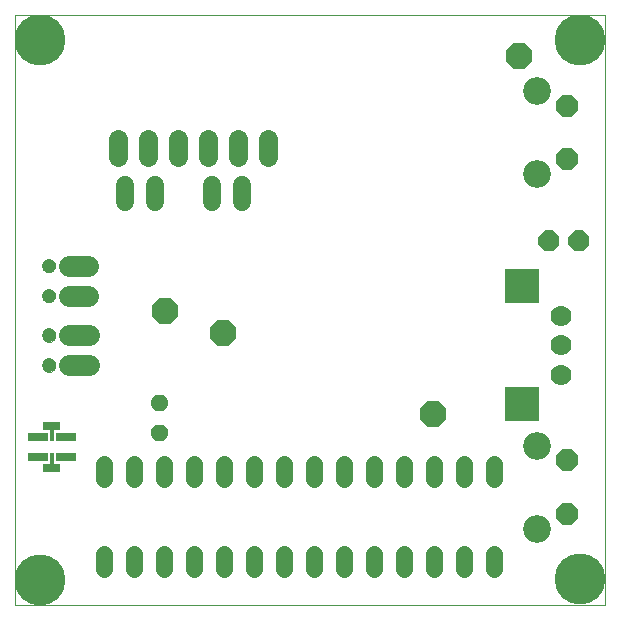
<source format=gts>
G75*
%MOIN*%
%OFA0B0*%
%FSLAX24Y24*%
%IPPOS*%
%LPD*%
%AMOC8*
5,1,8,0,0,1.08239X$1,22.5*
%
%ADD10C,0.0000*%
%ADD11OC8,0.0890*%
%ADD12C,0.0560*%
%ADD13C,0.0600*%
%ADD14C,0.0112*%
%ADD15OC8,0.0700*%
%ADD16OC8,0.0740*%
%ADD17C,0.0925*%
%ADD18C,0.0700*%
%ADD19R,0.1142X0.1142*%
%ADD20C,0.0640*%
%ADD21C,0.0690*%
%ADD22C,0.0473*%
%ADD23R,0.0152X0.0316*%
%ADD24C,0.1700*%
D10*
X000350Y000350D02*
X000350Y020035D01*
X020035Y020035D01*
X020035Y000350D01*
X000350Y000350D01*
X001267Y008344D02*
X001269Y008373D01*
X001275Y008401D01*
X001284Y008429D01*
X001297Y008455D01*
X001314Y008478D01*
X001333Y008500D01*
X001355Y008519D01*
X001380Y008534D01*
X001406Y008547D01*
X001434Y008555D01*
X001462Y008560D01*
X001491Y008561D01*
X001520Y008558D01*
X001548Y008551D01*
X001575Y008541D01*
X001601Y008527D01*
X001624Y008510D01*
X001645Y008490D01*
X001663Y008467D01*
X001678Y008442D01*
X001689Y008415D01*
X001697Y008387D01*
X001701Y008358D01*
X001701Y008330D01*
X001697Y008301D01*
X001689Y008273D01*
X001678Y008246D01*
X001663Y008221D01*
X001645Y008198D01*
X001624Y008178D01*
X001601Y008161D01*
X001575Y008147D01*
X001548Y008137D01*
X001520Y008130D01*
X001491Y008127D01*
X001462Y008128D01*
X001434Y008133D01*
X001406Y008141D01*
X001380Y008154D01*
X001355Y008169D01*
X001333Y008188D01*
X001314Y008210D01*
X001297Y008233D01*
X001284Y008259D01*
X001275Y008287D01*
X001269Y008315D01*
X001267Y008344D01*
X001267Y009344D02*
X001269Y009373D01*
X001275Y009401D01*
X001284Y009429D01*
X001297Y009455D01*
X001314Y009478D01*
X001333Y009500D01*
X001355Y009519D01*
X001380Y009534D01*
X001406Y009547D01*
X001434Y009555D01*
X001462Y009560D01*
X001491Y009561D01*
X001520Y009558D01*
X001548Y009551D01*
X001575Y009541D01*
X001601Y009527D01*
X001624Y009510D01*
X001645Y009490D01*
X001663Y009467D01*
X001678Y009442D01*
X001689Y009415D01*
X001697Y009387D01*
X001701Y009358D01*
X001701Y009330D01*
X001697Y009301D01*
X001689Y009273D01*
X001678Y009246D01*
X001663Y009221D01*
X001645Y009198D01*
X001624Y009178D01*
X001601Y009161D01*
X001575Y009147D01*
X001548Y009137D01*
X001520Y009130D01*
X001491Y009127D01*
X001462Y009128D01*
X001434Y009133D01*
X001406Y009141D01*
X001380Y009154D01*
X001355Y009169D01*
X001333Y009188D01*
X001314Y009210D01*
X001297Y009233D01*
X001284Y009259D01*
X001275Y009287D01*
X001269Y009315D01*
X001267Y009344D01*
X001259Y010670D02*
X001261Y010699D01*
X001267Y010727D01*
X001276Y010755D01*
X001289Y010781D01*
X001306Y010804D01*
X001325Y010826D01*
X001347Y010845D01*
X001372Y010860D01*
X001398Y010873D01*
X001426Y010881D01*
X001454Y010886D01*
X001483Y010887D01*
X001512Y010884D01*
X001540Y010877D01*
X001567Y010867D01*
X001593Y010853D01*
X001616Y010836D01*
X001637Y010816D01*
X001655Y010793D01*
X001670Y010768D01*
X001681Y010741D01*
X001689Y010713D01*
X001693Y010684D01*
X001693Y010656D01*
X001689Y010627D01*
X001681Y010599D01*
X001670Y010572D01*
X001655Y010547D01*
X001637Y010524D01*
X001616Y010504D01*
X001593Y010487D01*
X001567Y010473D01*
X001540Y010463D01*
X001512Y010456D01*
X001483Y010453D01*
X001454Y010454D01*
X001426Y010459D01*
X001398Y010467D01*
X001372Y010480D01*
X001347Y010495D01*
X001325Y010514D01*
X001306Y010536D01*
X001289Y010559D01*
X001276Y010585D01*
X001267Y010613D01*
X001261Y010641D01*
X001259Y010670D01*
X001259Y011670D02*
X001261Y011699D01*
X001267Y011727D01*
X001276Y011755D01*
X001289Y011781D01*
X001306Y011804D01*
X001325Y011826D01*
X001347Y011845D01*
X001372Y011860D01*
X001398Y011873D01*
X001426Y011881D01*
X001454Y011886D01*
X001483Y011887D01*
X001512Y011884D01*
X001540Y011877D01*
X001567Y011867D01*
X001593Y011853D01*
X001616Y011836D01*
X001637Y011816D01*
X001655Y011793D01*
X001670Y011768D01*
X001681Y011741D01*
X001689Y011713D01*
X001693Y011684D01*
X001693Y011656D01*
X001689Y011627D01*
X001681Y011599D01*
X001670Y011572D01*
X001655Y011547D01*
X001637Y011524D01*
X001616Y011504D01*
X001593Y011487D01*
X001567Y011473D01*
X001540Y011463D01*
X001512Y011456D01*
X001483Y011453D01*
X001454Y011454D01*
X001426Y011459D01*
X001398Y011467D01*
X001372Y011480D01*
X001347Y011495D01*
X001325Y011514D01*
X001306Y011536D01*
X001289Y011559D01*
X001276Y011585D01*
X001267Y011613D01*
X001261Y011641D01*
X001259Y011670D01*
D11*
X005350Y010143D03*
X007280Y009422D03*
X014277Y006729D03*
X017168Y018666D03*
D12*
X016317Y005065D02*
X016317Y004545D01*
X015317Y004545D02*
X015317Y005065D01*
X014317Y005065D02*
X014317Y004545D01*
X013317Y004545D02*
X013317Y005065D01*
X012317Y005065D02*
X012317Y004545D01*
X011317Y004545D02*
X011317Y005065D01*
X010317Y005065D02*
X010317Y004545D01*
X009317Y004545D02*
X009317Y005065D01*
X008317Y005065D02*
X008317Y004545D01*
X007317Y004545D02*
X007317Y005065D01*
X006317Y005065D02*
X006317Y004545D01*
X005317Y004545D02*
X005317Y005065D01*
X004317Y005065D02*
X004317Y004545D01*
X003317Y004545D02*
X003317Y005065D01*
X003317Y002065D02*
X003317Y001545D01*
X004317Y001545D02*
X004317Y002065D01*
X005317Y002065D02*
X005317Y001545D01*
X006317Y001545D02*
X006317Y002065D01*
X007317Y002065D02*
X007317Y001545D01*
X008317Y001545D02*
X008317Y002065D01*
X009317Y002065D02*
X009317Y001545D01*
X010317Y001545D02*
X010317Y002065D01*
X011317Y002065D02*
X011317Y001545D01*
X012317Y001545D02*
X012317Y002065D01*
X013317Y002065D02*
X013317Y001545D01*
X014317Y001545D02*
X014317Y002065D01*
X015317Y002065D02*
X015317Y001545D01*
X016317Y001545D02*
X016317Y002065D01*
D13*
X007916Y013783D02*
X007916Y014343D01*
X006916Y014343D02*
X006916Y013783D01*
X005021Y013790D02*
X005021Y014350D01*
X004021Y014350D02*
X004021Y013790D01*
D14*
X004986Y007069D02*
X004930Y007013D01*
X004930Y007199D01*
X005060Y007329D01*
X005246Y007329D01*
X005376Y007199D01*
X005376Y007013D01*
X005246Y006883D01*
X005060Y006883D01*
X004930Y007013D01*
X005014Y007048D01*
X005014Y007164D01*
X005095Y007245D01*
X005211Y007245D01*
X005292Y007164D01*
X005292Y007048D01*
X005211Y006967D01*
X005095Y006967D01*
X005014Y007048D01*
X005098Y007083D01*
X005098Y007129D01*
X005130Y007161D01*
X005176Y007161D01*
X005208Y007129D01*
X005208Y007083D01*
X005176Y007051D01*
X005130Y007051D01*
X005098Y007083D01*
X004986Y006079D02*
X004930Y006023D01*
X004930Y006209D01*
X005060Y006339D01*
X005246Y006339D01*
X005376Y006209D01*
X005376Y006023D01*
X005246Y005893D01*
X005060Y005893D01*
X004930Y006023D01*
X005014Y006058D01*
X005014Y006174D01*
X005095Y006255D01*
X005211Y006255D01*
X005292Y006174D01*
X005292Y006058D01*
X005211Y005977D01*
X005095Y005977D01*
X005014Y006058D01*
X005098Y006093D01*
X005098Y006139D01*
X005130Y006171D01*
X005176Y006171D01*
X005208Y006139D01*
X005208Y006093D01*
X005176Y006061D01*
X005130Y006061D01*
X005098Y006093D01*
D15*
X018157Y012502D03*
X019157Y012502D03*
D16*
X018753Y015208D03*
X018753Y016988D03*
X018753Y005177D03*
X018753Y003397D03*
D17*
X017773Y002907D03*
X017773Y005667D03*
X017773Y014718D03*
X017773Y017478D03*
D18*
X018568Y009996D03*
X018568Y009011D03*
X018568Y008027D03*
D19*
X017268Y007043D03*
X017268Y010980D03*
D20*
X008804Y015289D02*
X008804Y015889D01*
X007804Y015889D02*
X007804Y015289D01*
X006804Y015289D02*
X006804Y015889D01*
X005804Y015889D02*
X005804Y015289D01*
X004804Y015289D02*
X004804Y015889D01*
X003804Y015889D02*
X003804Y015289D01*
D21*
X002801Y011670D02*
X002151Y011670D01*
X002151Y010670D02*
X002801Y010670D01*
X002809Y009344D02*
X002160Y009344D01*
X002160Y008344D02*
X002809Y008344D01*
D22*
X001484Y008344D03*
X001484Y009344D03*
X001476Y010670D03*
X001476Y011670D03*
D23*
X001481Y006336D03*
X001588Y006336D03*
X001696Y006336D03*
X001804Y006336D03*
X001588Y006148D03*
X001588Y005953D03*
X001785Y005953D03*
X001892Y005953D03*
X001999Y005953D03*
X002105Y005953D03*
X002214Y005953D03*
X002321Y005953D03*
X002320Y005304D03*
X002213Y005304D03*
X002104Y005304D03*
X001998Y005305D03*
X001891Y005305D03*
X001785Y005303D03*
X001588Y005303D03*
X001391Y005303D03*
X001286Y005304D03*
X001179Y005304D03*
X001070Y005304D03*
X000964Y005304D03*
X000857Y005304D03*
X001374Y004920D03*
X001481Y004920D03*
X001588Y004920D03*
X001696Y004920D03*
X001804Y004920D03*
X001588Y005083D03*
X001391Y005953D03*
X001282Y005953D03*
X001175Y005953D03*
X001066Y005953D03*
X000960Y005953D03*
X000853Y005953D03*
X001374Y006336D03*
D24*
X001200Y001200D03*
X019179Y001212D03*
X019182Y019177D03*
X001201Y019175D03*
M02*

</source>
